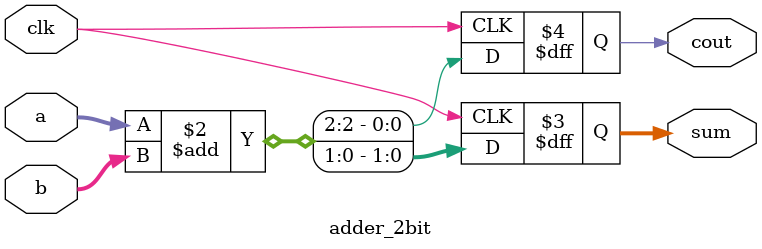
<source format=v>
module adder_2bit (clk, a, b, sum, cout);
    input clk;
    input [1:0] a, b;
    output reg [1:0] sum;
    output reg cout;

    always @(posedge clk) begin
        {cout, sum} = a + b; // Directly compute sum and cout
    end
endmodule

</source>
